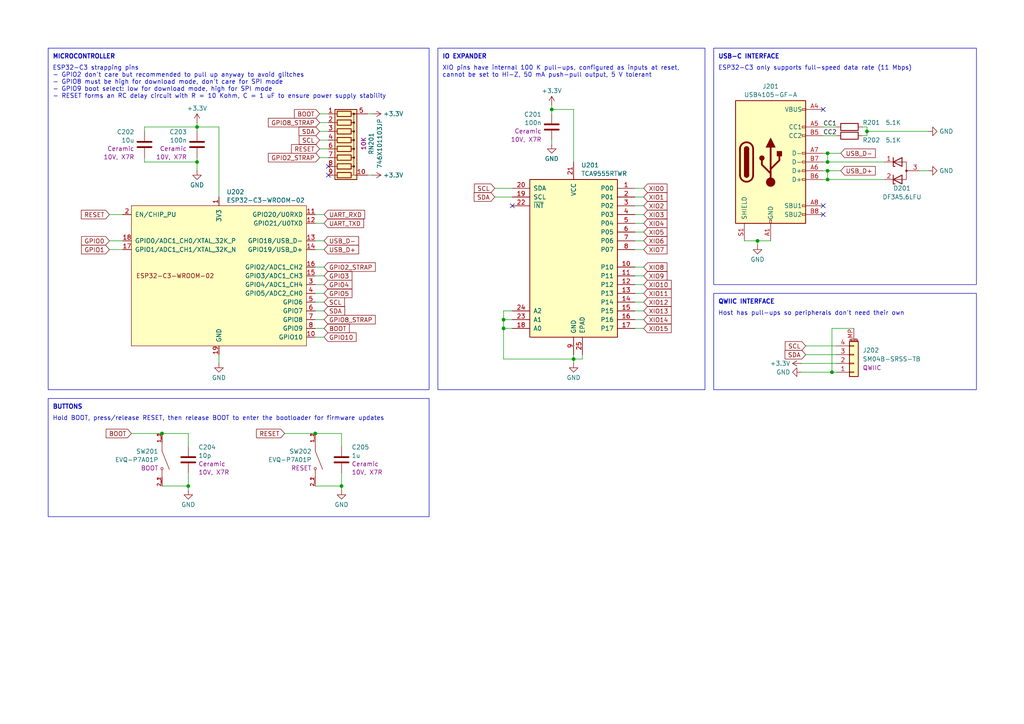
<source format=kicad_sch>
(kicad_sch (version 20231120) (generator "eeschema") (generator_version "8.0")
  (paper "A4")
  (title_block (title "Minuet Core"))
  (lib_symbols
    (symbol "746X:746X101nnnJP" (pin_names (offset 0) hide)
      (property "Reference" "RN" (at -15.5745 -0.254 90))
      (property "Value" "746X101nnnJP" (at -13.1502 -0.254 90))
      (symbol "746X101nnnJP_0_1"
        (rectangle (start -11.43 3.175) (end 8.89 -3.175) (stroke (width 0.254)) (fill (type background)))
        (rectangle (start -10.922 1.524) (end -9.398 -2.54) (stroke (width 0.254)))
        (circle (center -10.16 2.286) (radius 0.254) (fill (type outline)))
        (rectangle (start -8.382 1.524) (end -6.858 -2.54) (stroke (width 0.254)))
        (circle (center -7.62 2.286) (radius 0.254) (fill (type outline)))
        (rectangle (start -5.842 1.524) (end -4.318 -2.54) (stroke (width 0.254)))
        (circle (center -5.08 2.286) (radius 0.254) (fill (type outline)))
        (rectangle (start -3.302 1.524) (end -1.778 -2.54) (stroke (width 0.254)))
        (circle (center -2.54 2.286) (radius 0.254) (fill (type outline)))
        (rectangle (start -0.762 1.524) (end 0.762 -2.54) (stroke (width 0.254)))
        (polyline (pts (xy -10.16 -2.54) (xy -10.16 -3.81)))
        (polyline (pts (xy -7.62 -2.54) (xy -7.62 -3.81)))
        (polyline (pts (xy -5.08 -2.54) (xy -5.08 -3.81)))
        (polyline (pts (xy -2.54 -2.54) (xy -2.54 -3.81)))
        (polyline (pts (xy 0 -2.54) (xy 0 -3.81)))
        (polyline (pts (xy 2.54 -2.54) (xy 2.54 -3.81)))
        (polyline (pts (xy 5.08 -2.54) (xy 5.08 -3.81)))
        (polyline (pts (xy 7.62 -2.54) (xy 7.62 -3.81)))
        (polyline (pts (xy -10.16 1.524) (xy -10.16 2.286) (xy -7.62 2.286) (xy -7.62 1.524)))
        (polyline (pts (xy -7.62 1.524) (xy -7.62 2.286) (xy -5.08 2.286) (xy -5.08 1.524)))
        (polyline (pts (xy -5.08 1.524) (xy -5.08 2.286) (xy -2.54 2.286) (xy -2.54 1.524)))
        (polyline (pts (xy -2.54 1.524) (xy -2.54 2.286) (xy 0 2.286) (xy 0 1.524)))
        (polyline (pts (xy 0 1.524) (xy 0 2.286) (xy 2.54 2.286) (xy 2.54 1.524)))
        (polyline (pts (xy 2.54 1.524) (xy 2.54 2.286) (xy 5.08 2.286) (xy 5.08 1.524)))
        (polyline (pts (xy 5.08 1.524) (xy 5.08 2.286) (xy 7.62 2.286) (xy 7.62 1.524)))
        (circle (center 0 2.286) (radius 0.254) (fill (type outline)))
        (rectangle (start 1.778 1.524) (end 3.302 -2.54) (stroke (width 0.254)))
        (circle (center 2.54 2.286) (radius 0.254) (fill (type outline)))
        (rectangle (start 4.318 1.524) (end 5.842 -2.54) (stroke (width 0.254)))
        (circle (center 5.08 2.286) (radius 0.254) (fill (type outline)))
        (rectangle (start 6.858 1.524) (end 8.382 -2.54) (stroke (width 0.254)))
      )
      (symbol "746X101nnnJP_1_1"
        (pin passive line (at -10.16 -5.08 90) (length 1.27) (name "R1") (number "1"))
        (pin passive line (at 7.62 6.35 270) (length 3.81) (name "common") (number "10"))
        (pin passive line (at -7.62 -5.08 90) (length 1.27) (name "R2") (number "2"))
        (pin passive line (at -5.08 -5.08 90) (length 1.27) (name "R3") (number "3"))
        (pin passive line (at -2.54 -5.08 90) (length 1.27) (name "R4") (number "4"))
        (pin passive line (at -10.16 6.35 270) (length 3.81) (name "common") (number "5"))
        (pin passive line (at 0 -5.08 90) (length 1.27) (name "R5") (number "6"))
        (pin passive line (at 2.54 -5.08 90) (length 1.27) (name "R6") (number "7"))
        (pin passive line (at 5.08 -5.08 90) (length 1.27) (name "R7") (number "8"))
        (pin passive line (at 7.62 -5.08 90) (length 1.27) (name "R8") (number "9"))
      )
    )
    (symbol "Connector:USB_C_Receptacle_USB2.0_16P" (pin_names (offset 1.016))
      (property "Reference" "J" (at 0 22.225 0))
      (property "Value" "USB_C_Receptacle_USB2.0_16P" (at 0 19.685 0))
      (symbol "USB_C_Receptacle_USB2.0_16P_0_0"
        (rectangle (start -0.254 -17.78) (end 0.254 -16.764))
        (rectangle (start 10.16 -14.986) (end 9.144 -15.494))
        (rectangle (start 10.16 -12.446) (end 9.144 -12.954))
        (rectangle (start 10.16 -4.826) (end 9.144 -5.334))
        (rectangle (start 10.16 -2.286) (end 9.144 -2.794))
        (rectangle (start 10.16 0.254) (end 9.144 -0.254))
        (rectangle (start 10.16 2.794) (end 9.144 2.286))
        (rectangle (start 10.16 7.874) (end 9.144 7.366))
        (rectangle (start 10.16 10.414) (end 9.144 9.906))
        (rectangle (start 10.16 15.494) (end 9.144 14.986))
      )
      (symbol "USB_C_Receptacle_USB2.0_16P_0_1"
        (rectangle (start -10.16 17.78) (end 10.16 -17.78) (stroke (width 0.254)) (fill (type background)))
        (arc (start -8.89 -3.81) (mid -6.985 -5.7067) (end -5.08 -3.81) (stroke (width 0.508)))
        (arc (start -7.62 -3.81) (mid -6.985 -4.4423) (end -6.35 -3.81) (stroke (width 0.254)))
        (arc (start -7.62 -3.81) (mid -6.985 -4.4423) (end -6.35 -3.81) (stroke (width 0.254)) (fill (type outline)))
        (rectangle (start -7.62 -3.81) (end -6.35 3.81) (stroke (width 0.254)) (fill (type outline)))
        (arc (start -6.35 3.81) (mid -6.985 4.4423) (end -7.62 3.81) (stroke (width 0.254)))
        (arc (start -6.35 3.81) (mid -6.985 4.4423) (end -7.62 3.81) (stroke (width 0.254)) (fill (type outline)))
        (arc (start -5.08 3.81) (mid -6.985 5.7067) (end -8.89 3.81) (stroke (width 0.508)))
        (circle (center -2.54 1.143) (radius 0.635) (stroke (width 0.254)) (fill (type outline)))
        (circle (center 0 -5.842) (radius 1.27) (fill (type outline)))
        (polyline (pts (xy -8.89 -3.81) (xy -8.89 3.81)) (stroke (width 0.508)))
        (polyline (pts (xy -5.08 3.81) (xy -5.08 -3.81)) (stroke (width 0.508)))
        (polyline (pts (xy 0 -5.842) (xy 0 4.318)) (stroke (width 0.508)))
        (polyline (pts (xy 0 -3.302) (xy -2.54 -0.762) (xy -2.54 0.508)) (stroke (width 0.508)))
        (polyline (pts (xy 0 -2.032) (xy 2.54 0.508) (xy 2.54 1.778)) (stroke (width 0.508)))
        (polyline (pts (xy -1.27 4.318) (xy 0 6.858) (xy 1.27 4.318) (xy -1.27 4.318)) (stroke (width 0.254)) (fill (type outline)))
        (rectangle (start 1.905 1.778) (end 3.175 3.048) (stroke (width 0.254)) (fill (type outline)))
      )
      (symbol "USB_C_Receptacle_USB2.0_16P_1_1"
        (pin passive line (at 0 -22.86 90) (length 5.08) (name "GND") (number "A1"))
        (pin passive line (at 0 -22.86 90) (length 5.08) hide (name "GND") (number "A12"))
        (pin passive line (at 15.24 15.24 180) (length 5.08) (name "VBUS") (number "A4"))
        (pin bidirectional line (at 15.24 10.16 180) (length 5.08) (name "CC1") (number "A5"))
        (pin bidirectional line (at 15.24 -2.54 180) (length 5.08) (name "D+") (number "A6"))
        (pin bidirectional line (at 15.24 2.54 180) (length 5.08) (name "D-") (number "A7"))
        (pin bidirectional line (at 15.24 -12.7 180) (length 5.08) (name "SBU1") (number "A8"))
        (pin passive line (at 15.24 15.24 180) (length 5.08) hide (name "VBUS") (number "A9"))
        (pin passive line (at 0 -22.86 90) (length 5.08) hide (name "GND") (number "B1"))
        (pin passive line (at 0 -22.86 90) (length 5.08) hide (name "GND") (number "B12"))
        (pin passive line (at 15.24 15.24 180) (length 5.08) hide (name "VBUS") (number "B4"))
        (pin bidirectional line (at 15.24 7.62 180) (length 5.08) (name "CC2") (number "B5"))
        (pin bidirectional line (at 15.24 -5.08 180) (length 5.08) (name "D+") (number "B6"))
        (pin bidirectional line (at 15.24 0 180) (length 5.08) (name "D-") (number "B7"))
        (pin bidirectional line (at 15.24 -15.24 180) (length 5.08) (name "SBU2") (number "B8"))
        (pin passive line (at 15.24 15.24 180) (length 5.08) hide (name "VBUS") (number "B9"))
        (pin passive line (at -7.62 -22.86 90) (length 5.08) (name "SHIELD") (number "S1"))
      )
    )
    (symbol "Connector_Generic_MountingPin:Conn_01x04_MountingPin" (pin_names (offset 1.016) hide)
      (property "Reference" "J" (at 0 5.08 0))
      (property "Value" "Conn_01x04_MountingPin" (at 1.27 -7.62 0))
      (symbol "Conn_01x04_MountingPin_1_1"
        (rectangle (start -1.27 -4.953) (end 0 -5.207) (stroke (width 0.1524)))
        (rectangle (start -1.27 -2.413) (end 0 -2.667) (stroke (width 0.1524)))
        (rectangle (start -1.27 0.127) (end 0 -0.127) (stroke (width 0.1524)))
        (rectangle (start -1.27 2.667) (end 0 2.413) (stroke (width 0.1524)))
        (rectangle (start -1.27 3.81) (end 1.27 -6.35) (stroke (width 0.254)) (fill (type background)))
        (polyline (pts (xy -1.016 -7.112) (xy 1.016 -7.112)) (stroke (width 0.1524)))
        (text "Mounting" (at 0 -6.731 0) (effects (font (size 0.381 0.381))))
        (pin passive line (at -5.08 2.54 0) (length 3.81) (name "Pin_1") (number "1"))
        (pin passive line (at -5.08 0 0) (length 3.81) (name "Pin_2") (number "2"))
        (pin passive line (at -5.08 -2.54 0) (length 3.81) (name "Pin_3") (number "3"))
        (pin passive line (at -5.08 -5.08 0) (length 3.81) (name "Pin_4") (number "4"))
        (pin passive line (at 0 -10.16 90) (length 3.048) (name "MountPin") (number "MP"))
      )
    )
    (symbol "Device:C" (pin_numbers hide) (pin_names (offset 0.254))
      (property "Reference" "C" (at 0.635 2.54 0))
      (property "Value" "C" (at 0.635 -2.54 0))
      (symbol "C_0_1"
        (polyline (pts (xy -2.032 -0.762) (xy 2.032 -0.762)) (stroke (width 0.508)))
        (polyline (pts (xy -2.032 0.762) (xy 2.032 0.762)) (stroke (width 0.508)))
      )
      (symbol "C_1_1"
        (pin passive line (at 0 3.81 270) (length 2.794) (name "~") (number "1"))
        (pin passive line (at 0 -3.81 90) (length 2.794) (name "~") (number "2"))
      )
    )
    (symbol "Device:D_Zener_Dual_CommonAnode_KKA_Parallel" (pin_names (offset 0.762) hide)
      (property "Reference" "D" (at 0 5.08 0))
      (property "Value" "D_Zener_Dual_CommonAnode_KKA_Parallel" (at 0 -5.08 0))
      (symbol "D_Zener_Dual_CommonAnode_KKA_Parallel_0_0"
        (polyline (pts (xy 2.032 1.27) (xy 2.54 1.27) (xy 2.54 3.81)) (stroke (width 0.254)))
        (polyline (pts (xy 2.54 -1.27) (xy 2.54 -3.81) (xy 2.032 -3.81)) (stroke (width 0.254)))
      )
      (symbol "D_Zener_Dual_CommonAnode_KKA_Parallel_0_1"
        (circle (center -1.27 0) (radius 0.254) (fill (type outline)))
        (polyline (pts (xy -1.27 0) (xy -2.54 0)))
        (polyline (pts (xy 2.54 2.54) (xy -1.27 2.54) (xy -1.27 -2.54) (xy 2.54 -2.54)))
        (polyline (pts (xy 0 -1.27) (xy 2.54 -2.54) (xy 0 -3.81) (xy 0 -1.27) (xy 0 -1.27) (xy 0 -1.27)) (stroke (width 0.254)))
        (polyline (pts (xy 0 3.81) (xy 2.54 2.54) (xy 0 1.27) (xy 0 3.81) (xy 0 3.81) (xy 0 3.81)) (stroke (width 0.254)))
        (pin passive line (at 5.08 2.54 180) (length 2.54) (name "K") (number "1"))
        (pin passive line (at 5.08 -2.54 180) (length 2.54) (name "K") (number "2"))
        (pin passive line (at -5.08 0 0) (length 2.54) (name "A") (number "3"))
      )
    )
    (symbol "Device:R" (pin_numbers hide) (pin_names (offset 0))
      (property "Reference" "R" (at 2.032 0 90))
      (property "Value" "R" (at 0 0 90))
      (symbol "R_0_1"
        (rectangle (start -1.016 -2.54) (end 1.016 2.54) (stroke (width 0.254)))
      )
      (symbol "R_1_1"
        (pin passive line (at 0 3.81 270) (length 1.27) (name "~") (number "1"))
        (pin passive line (at 0 -3.81 90) (length 1.27) (name "~") (number "2"))
      )
    )
    (symbol "EVQ-P7A01P:EVQ-P7A01P" (pin_names (offset 1.016))
      (property "Reference" "S" (at -2.54 2.54 0))
      (property "Value" "EVQ-P7A01P" (at -2.54 -2.54 0))
      (symbol "EVQ-P7A01P_0_0"
        (polyline (pts (xy -2.54 0) (xy -5.08 0)) (stroke (width 0.1524)))
        (polyline (pts (xy -2.54 0) (xy 2.794 2.1336)) (stroke (width 0.1524)))
        (polyline (pts (xy 5.08 0) (xy 2.921 0)) (stroke (width 0.1524)))
        (circle (center 2.54 0) (radius 0.3302) (stroke (width 0.1524)))
        (pin passive line (at -7.62 0 0) (length 2.54) (name "~") (number "1_1"))
        (pin passive line (at -7.62 0 0) (length 2.54) (name "~") (number "1_2"))
        (pin passive line (at 7.62 0 180) (length 2.54) (name "~") (number "2_1"))
        (pin passive line (at 7.62 0 180) (length 2.54) (name "~") (number "2_2"))
      )
    )
    (symbol "Interface_Expansion:TCA9555RTWR" (pin_names (offset 1.016))
      (property "Reference" "U" (at -11.43 24.13 0))
      (property "Value" "TCA9555RTWR" (at 0 0 0))
      (symbol "TCA9555RTWR_0_1"
        (rectangle (start -12.7 22.86) (end 12.7 -22.86) (stroke (width 0.254)) (fill (type background)))
      )
      (symbol "TCA9555RTWR_1_1"
        (pin bidirectional line (at 17.78 20.32 180) (length 5.08) (name "P00") (number "1"))
        (pin bidirectional line (at 17.78 -2.54 180) (length 5.08) (name "P10") (number "10"))
        (pin bidirectional line (at 17.78 -5.08 180) (length 5.08) (name "P11") (number "11"))
        (pin bidirectional line (at 17.78 -7.62 180) (length 5.08) (name "P12") (number "12"))
        (pin bidirectional line (at 17.78 -10.16 180) (length 5.08) (name "P13") (number "13"))
        (pin bidirectional line (at 17.78 -12.7 180) (length 5.08) (name "P14") (number "14"))
        (pin bidirectional line (at 17.78 -15.24 180) (length 5.08) (name "P15") (number "15"))
        (pin bidirectional line (at 17.78 -17.78 180) (length 5.08) (name "P16") (number "16"))
        (pin bidirectional line (at 17.78 -20.32 180) (length 5.08) (name "P17") (number "17"))
        (pin input line (at -17.78 -20.32 0) (length 5.08) (name "A0") (number "18"))
        (pin input line (at -17.78 17.78 0) (length 5.08) (name "SCL") (number "19"))
        (pin bidirectional line (at 17.78 17.78 180) (length 5.08) (name "P01") (number "2"))
        (pin bidirectional line (at -17.78 20.32 0) (length 5.08) (name "SDA") (number "20"))
        (pin power_in line (at 0 27.94 270) (length 5.08) (name "VCC") (number "21"))
        (pin open_collector line (at -17.78 15.24 0) (length 5.08) (name "~{INT}") (number "22"))
        (pin input line (at -17.78 -17.78 0) (length 5.08) (name "A1") (number "23"))
        (pin input line (at -17.78 -15.24 0) (length 5.08) (name "A2") (number "24"))
        (pin input line (at 2.54 -27.94 90) (length 5.08) (name "EPAD") (number "25"))
        (pin bidirectional line (at 17.78 15.24 180) (length 5.08) (name "P02") (number "3"))
        (pin bidirectional line (at 17.78 12.7 180) (length 5.08) (name "P03") (number "4"))
        (pin bidirectional line (at 17.78 10.16 180) (length 5.08) (name "P04") (number "5"))
        (pin bidirectional line (at 17.78 7.62 180) (length 5.08) (name "P05") (number "6"))
        (pin bidirectional line (at 17.78 5.08 180) (length 5.08) (name "P06") (number "7"))
        (pin bidirectional line (at 17.78 2.54 180) (length 5.08) (name "P07") (number "8"))
        (pin power_in line (at 0 -27.94 90) (length 5.08) (name "GND") (number "9"))
      )
    )
    (symbol "PCM_Espressif:ESP32-C3-WROOM-02" (pin_names (offset 1.016))
      (property "Reference" "U" (at -25.4 25.4 0))
      (property "Value" "ESP32-C3-WROOM-02" (at -25.4 22.86 0))
      (symbol "ESP32-C3-WROOM-02_0_0"
        (text "ESP32-C3-WROOM-02" (at -12.7 0 0) (effects (font (size 1.27 1.27))))
      )
      (symbol "ESP32-C3-WROOM-02_0_1"
        (rectangle (start 25.4 20.32) (end -25.4 -20.32) (fill (type background)))
      )
      (symbol "ESP32-C3-WROOM-02_1_1"
        (pin power_in line (at 0 22.86 270) (length 2.54) (name "3V3") (number "1"))
        (pin bidirectional line (at 27.94 -17.78 180) (length 2.54) (name "GPIO10") (number "10"))
        (pin bidirectional line (at 27.94 17.78 180) (length 2.54) (name "GPIO20/U0RXD") (number "11"))
        (pin bidirectional line (at 27.94 15.24 180) (length 2.54) (name "GPIO21/U0TXD") (number "12"))
        (pin bidirectional line (at 27.94 10.16 180) (length 2.54) (name "GPIO18/USB_D-") (number "13"))
        (pin bidirectional line (at 27.94 7.62 180) (length 2.54) (name "GPIO19/USB_D+") (number "14"))
        (pin bidirectional line (at 27.94 0 180) (length 2.54) (name "GPIO3/ADC1_CH3") (number "15"))
        (pin bidirectional line (at 27.94 2.54 180) (length 2.54) (name "GPIO2/ADC1_CH2") (number "16"))
        (pin bidirectional line (at -27.94 7.62 0) (length 2.54) (name "GPIO1/ADC1_CH1/XTAL_32K_N") (number "17"))
        (pin bidirectional line (at -27.94 10.16 0) (length 2.54) (name "GPIO0/ADC1_CH0/XTAL_32K_P") (number "18"))
        (pin power_in line (at 0 -22.86 90) (length 2.54) (name "GND") (number "19"))
        (pin input line (at -27.94 17.78 0) (length 2.54) (name "EN/CHIP_PU") (number "2"))
        (pin bidirectional line (at 27.94 -2.54 180) (length 2.54) (name "GPIO4/ADC1_CH4") (number "3"))
        (pin bidirectional line (at 27.94 -5.08 180) (length 2.54) (name "GPIO5/ADC2_CH0") (number "4"))
        (pin bidirectional line (at 27.94 -7.62 180) (length 2.54) (name "GPIO6") (number "5"))
        (pin bidirectional line (at 27.94 -10.16 180) (length 2.54) (name "GPIO7") (number "6"))
        (pin bidirectional line (at 27.94 -12.7 180) (length 2.54) (name "GPIO8") (number "7"))
        (pin bidirectional line (at 27.94 -15.24 180) (length 2.54) (name "GPIO9") (number "8"))
        (pin passive line (at 0 -22.86 90) (length 2.54) hide (name "GND") (number "9"))
      )
    )
    (symbol "power:+3.3V" (power) (pin_numbers hide) (pin_names (offset 0) hide)
      (property "Value" "+3.3V" (at 0 3.556 0))
      (symbol "+3.3V_0_1"
        (polyline (pts (xy -0.762 1.27) (xy 0 2.54)))
        (polyline (pts (xy 0 0) (xy 0 2.54)))
        (polyline (pts (xy 0 2.54) (xy 0.762 1.27)))
      )
      (symbol "+3.3V_1_1"
        (pin power_in line (at 0 0 90) (length 0) (name "~") (number "1"))
      )
    )
    (symbol "power:GND" (power) (pin_numbers hide) (pin_names (offset 0) hide)
      (property "Value" "GND" (at 0 -3.81 0))
      (symbol "GND_0_1"
        (polyline (pts (xy 0 0) (xy 0 -1.27) (xy 1.27 -1.27) (xy 0 -2.54) (xy -1.27 -1.27) (xy 0 -1.27)))
      )
      (symbol "GND_1_1"
        (pin power_in line (at 0 0 270) (length 0) (name "~") (number "1"))
      )
    )
  )
  (junction (at 241.3 107.95))
  (junction (at 54.61 140.97))
  (junction (at 240.03 44.45))
  (junction (at 240.03 46.99))
  (junction (at 146.05 95.25))
  (junction (at 240.03 49.53))
  (junction (at 57.15 46.99))
  (junction (at 99.06 140.97))
  (junction (at 251.46 38.1))
  (junction (at 91.44 125.73))
  (junction (at 57.15 36.83))
  (junction (at 219.71 69.85))
  (junction (at 166.37 104.14))
  (junction (at 240.03 52.07))
  (junction (at 160.02 31.75))
  (junction (at 46.99 125.73))
  (junction (at 146.05 92.71))
  (no_connect (at 148.59 59.69))
  (no_connect (at 95.25 50.8))
  (no_connect (at 238.76 59.69))
  (no_connect (at 238.76 31.75))
  (no_connect (at 95.25 48.26))
  (no_connect (at 238.76 62.23))
  (wire (pts (xy 186.69 67.31) (xy 184.15 67.31)))
  (wire (pts (xy 63.5 36.83) (xy 63.5 57.15)))
  (wire (pts (xy 186.69 95.25) (xy 184.15 95.25)))
  (wire (pts (xy 148.59 90.17) (xy 146.05 90.17)))
  (wire (pts (xy 92.71 45.72) (xy 95.25 45.72)))
  (wire (pts (xy 57.15 46.99) (xy 57.15 49.53)))
  (wire (pts (xy 186.69 72.39) (xy 184.15 72.39)))
  (wire (pts (xy 238.76 44.45) (xy 240.03 44.45)))
  (wire (pts (xy 186.69 59.69) (xy 184.15 59.69)))
  (wire (pts (xy 91.44 82.55) (xy 93.98 82.55)))
  (wire (pts (xy 91.44 140.97) (xy 99.06 140.97)))
  (wire (pts (xy 146.05 95.25) (xy 146.05 104.14)))
  (wire (pts (xy 186.69 80.01) (xy 184.15 80.01)))
  (wire (pts (xy 92.71 38.1) (xy 95.25 38.1)))
  (wire (pts (xy 41.91 36.83) (xy 57.15 36.83)))
  (wire (pts (xy 82.55 125.73) (xy 91.44 125.73)))
  (wire (pts (xy 107.95 50.8) (xy 106.68 50.8)))
  (wire (pts (xy 91.44 62.23) (xy 93.98 62.23)))
  (wire (pts (xy 186.69 90.17) (xy 184.15 90.17)))
  (wire (pts (xy 54.61 137.16) (xy 54.61 140.97)))
  (wire (pts (xy 41.91 45.72) (xy 41.91 46.99)))
  (wire (pts (xy 92.71 40.64) (xy 95.25 40.64)))
  (wire (pts (xy 146.05 104.14) (xy 166.37 104.14)))
  (wire (pts (xy 166.37 31.75) (xy 166.37 46.99)))
  (wire (pts (xy 143.51 57.15) (xy 148.59 57.15)))
  (wire (pts (xy 91.44 87.63) (xy 93.98 87.63)))
  (wire (pts (xy 240.03 49.53) (xy 240.03 52.07)))
  (wire (pts (xy 146.05 92.71) (xy 148.59 92.71)))
  (wire (pts (xy 92.71 43.18) (xy 95.25 43.18)))
  (wire (pts (xy 54.61 140.97) (xy 54.61 142.24)))
  (wire (pts (xy 31.75 72.39) (xy 35.56 72.39)))
  (wire (pts (xy 166.37 104.14) (xy 168.91 104.14)))
  (wire (pts (xy 107.95 33.02) (xy 106.68 33.02)))
  (wire (pts (xy 240.03 49.53) (xy 243.84 49.53)))
  (wire (pts (xy 41.91 36.83) (xy 41.91 38.1)))
  (wire (pts (xy 250.19 39.37) (xy 251.46 39.37)))
  (wire (pts (xy 219.71 69.85) (xy 223.52 69.85)))
  (wire (pts (xy 46.99 125.73) (xy 54.61 125.73)))
  (wire (pts (xy 91.44 97.79) (xy 93.98 97.79)))
  (wire (pts (xy 99.06 137.16) (xy 99.06 140.97)))
  (wire (pts (xy 160.02 40.64) (xy 160.02 41.91)))
  (wire (pts (xy 91.44 72.39) (xy 93.98 72.39)))
  (wire (pts (xy 91.44 80.01) (xy 93.98 80.01)))
  (wire (pts (xy 166.37 102.87) (xy 166.37 104.14)))
  (wire (pts (xy 91.44 77.47) (xy 93.98 77.47)))
  (wire (pts (xy 91.44 95.25) (xy 93.98 95.25)))
  (wire (pts (xy 99.06 125.73) (xy 99.06 129.54)))
  (wire (pts (xy 242.57 100.33) (xy 233.68 100.33)))
  (wire (pts (xy 160.02 30.48) (xy 160.02 31.75)))
  (wire (pts (xy 46.99 140.97) (xy 54.61 140.97)))
  (wire (pts (xy 232.41 107.95) (xy 241.3 107.95)))
  (wire (pts (xy 146.05 92.71) (xy 146.05 95.25)))
  (wire (pts (xy 251.46 39.37) (xy 251.46 38.1)))
  (wire (pts (xy 31.75 69.85) (xy 35.56 69.85)))
  (wire (pts (xy 146.05 95.25) (xy 148.59 95.25)))
  (wire (pts (xy 160.02 31.75) (xy 160.02 33.02)))
  (wire (pts (xy 31.75 62.23) (xy 35.56 62.23)))
  (wire (pts (xy 240.03 46.99) (xy 256.54 46.99)))
  (wire (pts (xy 241.3 95.25) (xy 247.65 95.25)))
  (wire (pts (xy 238.76 36.83) (xy 242.57 36.83)))
  (wire (pts (xy 266.7 49.53) (xy 269.24 49.53)))
  (wire (pts (xy 91.44 69.85) (xy 93.98 69.85)))
  (wire (pts (xy 91.44 64.77) (xy 93.98 64.77)))
  (wire (pts (xy 143.51 54.61) (xy 148.59 54.61)))
  (wire (pts (xy 91.44 90.17) (xy 93.98 90.17)))
  (wire (pts (xy 186.69 69.85) (xy 184.15 69.85)))
  (wire (pts (xy 186.69 92.71) (xy 184.15 92.71)))
  (wire (pts (xy 186.69 87.63) (xy 184.15 87.63)))
  (wire (pts (xy 215.9 69.85) (xy 219.71 69.85)))
  (wire (pts (xy 186.69 57.15) (xy 184.15 57.15)))
  (wire (pts (xy 54.61 125.73) (xy 54.61 129.54)))
  (wire (pts (xy 186.69 64.77) (xy 184.15 64.77)))
  (wire (pts (xy 160.02 31.75) (xy 166.37 31.75)))
  (wire (pts (xy 219.71 69.85) (xy 219.71 71.12)))
  (wire (pts (xy 99.06 140.97) (xy 99.06 142.24)))
  (wire (pts (xy 250.19 36.83) (xy 251.46 36.83)))
  (wire (pts (xy 186.69 54.61) (xy 184.15 54.61)))
  (wire (pts (xy 57.15 36.83) (xy 63.5 36.83)))
  (wire (pts (xy 186.69 62.23) (xy 184.15 62.23)))
  (wire (pts (xy 186.69 77.47) (xy 184.15 77.47)))
  (wire (pts (xy 92.71 33.02) (xy 95.25 33.02)))
  (wire (pts (xy 241.3 107.95) (xy 242.57 107.95)))
  (wire (pts (xy 166.37 104.14) (xy 166.37 105.41)))
  (wire (pts (xy 240.03 44.45) (xy 243.84 44.45)))
  (wire (pts (xy 91.44 92.71) (xy 93.98 92.71)))
  (wire (pts (xy 240.03 52.07) (xy 256.54 52.07)))
  (wire (pts (xy 242.57 102.87) (xy 233.68 102.87)))
  (wire (pts (xy 238.76 52.07) (xy 240.03 52.07)))
  (wire (pts (xy 146.05 90.17) (xy 146.05 92.71)))
  (wire (pts (xy 232.41 105.41) (xy 242.57 105.41)))
  (wire (pts (xy 57.15 45.72) (xy 57.15 46.99)))
  (wire (pts (xy 168.91 104.14) (xy 168.91 102.87)))
  (wire (pts (xy 57.15 46.99) (xy 41.91 46.99)))
  (wire (pts (xy 251.46 38.1) (xy 251.46 36.83)))
  (wire (pts (xy 238.76 39.37) (xy 242.57 39.37)))
  (wire (pts (xy 92.71 35.56) (xy 95.25 35.56)))
  (wire (pts (xy 186.69 82.55) (xy 184.15 82.55)))
  (wire (pts (xy 251.46 38.1) (xy 269.24 38.1)))
  (wire (pts (xy 241.3 107.95) (xy 241.3 95.25)))
  (wire (pts (xy 91.44 125.73) (xy 99.06 125.73)))
  (wire (pts (xy 63.5 105.41) (xy 63.5 102.87)))
  (wire (pts (xy 57.15 35.56) (xy 57.15 36.83)))
  (wire (pts (xy 240.03 44.45) (xy 240.03 46.99)))
  (wire (pts (xy 238.76 49.53) (xy 240.03 49.53)))
  (wire (pts (xy 238.76 46.99) (xy 240.03 46.99)))
  (wire (pts (xy 38.1 125.73) (xy 46.99 125.73)))
  (wire (pts (xy 91.44 85.09) (xy 93.98 85.09)))
  (wire (pts (xy 57.15 36.83) (xy 57.15 38.1)))
  (wire (pts (xy 186.69 85.09) (xy 184.15 85.09)))
  (rectangle (start 13.97 13.97) (end 124.46 113.03))
  (rectangle (start 127 13.97) (end 204.47 113.03))
  (rectangle (start 13.97 115.57) (end 124.46 149.86))
  (rectangle (start 207.01 13.97) (end 283.21 82.55))
  (rectangle (start 207.01 85.09) (end 283.21 113.03))
  (text "IO EXPANDER" (at 128.27 16.51 0) (effects (font (size 1.27 1.27) (thickness 0.254) (bold yes)) (justify left)))
  (text "USB-C INTERFACE" (at 208.28 16.51 0) (effects (font (size 1.27 1.27) (thickness 0.254) (bold yes)) (justify left)))
  (text "XIO pins have internal 100 K pull-ups, configured as inputs at reset,\ncannot be set to Hi-Z, 50 mA push-pull output, 5 V tolerant" (at 128.27 19.05 0) (effects (font (size 1.27 1.27)) (justify left top)))
  (text "ESP32-C3 strapping pins\n- GPIO2 don't care but recommended to pull up anyway to avoid glitches\n- GPIO8 must be high for download mode, don't care for SPI mode\n- GPIO9 boot select: low for download mode, high for SPI mode\n- RESET forms an RC delay circuit with R = 10 Kohm, C = 1 uF to ensure power supply stability" (at 15.24 19.05 0) (effects (font (size 1.27 1.27)) (justify left top)))
  (text "Hold BOOT, press/release RESET, then release BOOT to enter the bootloader for firmware updates" (at 15.24 120.65 0) (effects (font (size 1.27 1.27)) (justify left top)))
  (text "BUTTONS" (at 15.24 118.11 0) (effects (font (size 1.27 1.27) (thickness 0.254) (bold yes)) (justify left)))
  (text "ESP32-C3 only supports full-speed data rate (11 Mbps)" (at 208.28 19.05 0) (effects (font (size 1.27 1.27)) (justify left top)))
  (text "QWIIC INTERFACE" (at 208.28 87.63 0) (effects (font (size 1.27 1.27) (thickness 0.254) (bold yes)) (justify left)))
  (text "Host has pull-ups so peripherals don't need their own" (at 208.28 90.17 0) (effects (font (size 1.27 1.27)) (justify left top)))
  (text "MICROCONTROLLER" (at 15.24 16.51 0) (effects (font (size 1.27 1.27) (thickness 0.254) (bold yes)) (justify left)))
  (label "CC1" (at 238.76 36.83 0))
  (label "CC2" (at 238.76 39.37 0))
  (global_label "RESET" (shape input) (at 31.75 62.23 180) (property "Intersheetrefs" "${INTERSHEET_REFS}" (effects (hide yes))))
  (global_label "SCL" (shape input) (at 233.68 100.33 180) (property "Intersheetrefs" "${INTERSHEET_REFS}" (effects (hide yes))))
  (global_label "SCL" (shape input) (at 143.51 54.61 180) (property "Intersheetrefs" "${INTERSHEET_REFS}" (effects (hide yes))))
  (global_label "GPIO2_STRAP" (shape input) (at 93.98 77.47 0) (property "Intersheetrefs" "${INTERSHEET_REFS}" (effects (hide yes))))
  (global_label "XIO7" (shape input) (at 186.69 72.39 0) (property "Intersheetrefs" "${INTERSHEET_REFS}" (effects (hide yes))))
  (global_label "UART_TXD" (shape input) (at 93.98 64.77 0) (property "Intersheetrefs" "${INTERSHEET_REFS}" (effects (hide yes))))
  (global_label "GPIO2_STRAP" (shape input) (at 92.71 45.72 180) (property "Intersheetrefs" "${INTERSHEET_REFS}" (effects (hide yes))))
  (global_label "XIO1" (shape input) (at 186.69 57.15 0) (property "Intersheetrefs" "${INTERSHEET_REFS}" (effects (hide yes))))
  (global_label "GPIO0" (shape input) (at 31.75 69.85 180) (property "Intersheetrefs" "${INTERSHEET_REFS}" (effects (hide yes))))
  (global_label "XIO2" (shape input) (at 186.69 59.69 0) (property "Intersheetrefs" "${INTERSHEET_REFS}" (effects (hide yes))))
  (global_label "BOOT" (shape input) (at 38.1 125.73 180) (property "Intersheetrefs" "${INTERSHEET_REFS}" (effects (hide yes))))
  (global_label "XIO4" (shape input) (at 186.69 64.77 0) (property "Intersheetrefs" "${INTERSHEET_REFS}" (effects (hide yes))))
  (global_label "XIO8" (shape input) (at 186.69 77.47 0) (property "Intersheetrefs" "${INTERSHEET_REFS}" (effects (hide yes))))
  (global_label "GPIO1" (shape input) (at 31.75 72.39 180) (property "Intersheetrefs" "${INTERSHEET_REFS}" (effects (hide yes))))
  (global_label "SDA" (shape input) (at 143.51 57.15 180) (property "Intersheetrefs" "${INTERSHEET_REFS}" (effects (hide yes))))
  (global_label "RESET" (shape input) (at 82.55 125.73 180) (property "Intersheetrefs" "${INTERSHEET_REFS}" (effects (hide yes))))
  (global_label "USB_D+" (shape input) (at 93.98 72.39 0) (property "Intersheetrefs" "${INTERSHEET_REFS}" (effects (hide yes))))
  (global_label "USB_D+" (shape input) (at 243.84 49.53 0) (property "Intersheetrefs" "${INTERSHEET_REFS}" (effects (hide yes))))
  (global_label "GPIO10" (shape input) (at 93.98 97.79 0) (property "Intersheetrefs" "${INTERSHEET_REFS}" (effects (hide yes))))
  (global_label "XIO13" (shape input) (at 186.69 90.17 0) (property "Intersheetrefs" "${INTERSHEET_REFS}" (effects (hide yes))))
  (global_label "GPIO3" (shape input) (at 93.98 80.01 0) (property "Intersheetrefs" "${INTERSHEET_REFS}" (effects (hide yes))))
  (global_label "BOOT" (shape input) (at 92.71 33.02 180) (property "Intersheetrefs" "${INTERSHEET_REFS}" (effects (hide yes))))
  (global_label "XIO12" (shape input) (at 186.69 87.63 0) (property "Intersheetrefs" "${INTERSHEET_REFS}" (effects (hide yes))))
  (global_label "SDA" (shape input) (at 92.71 38.1 180) (property "Intersheetrefs" "${INTERSHEET_REFS}" (effects (hide yes))))
  (global_label "XIO5" (shape input) (at 186.69 67.31 0) (property "Intersheetrefs" "${INTERSHEET_REFS}" (effects (hide yes))))
  (global_label "SCL" (shape input) (at 93.98 87.63 0) (property "Intersheetrefs" "${INTERSHEET_REFS}" (effects (hide yes))))
  (global_label "UART_RXD" (shape input) (at 93.98 62.23 0) (property "Intersheetrefs" "${INTERSHEET_REFS}" (effects (hide yes))))
  (global_label "SDA" (shape input) (at 233.68 102.87 180) (property "Intersheetrefs" "${INTERSHEET_REFS}" (effects (hide yes))))
  (global_label "USB_D-" (shape input) (at 93.98 69.85 0) (property "Intersheetrefs" "${INTERSHEET_REFS}" (effects (hide yes))))
  (global_label "BOOT" (shape input) (at 93.98 95.25 0) (property "Intersheetrefs" "${INTERSHEET_REFS}" (effects (hide yes))))
  (global_label "XIO6" (shape input) (at 186.69 69.85 0) (property "Intersheetrefs" "${INTERSHEET_REFS}" (effects (hide yes))))
  (global_label "XIO10" (shape input) (at 186.69 82.55 0) (property "Intersheetrefs" "${INTERSHEET_REFS}" (effects (hide yes))))
  (global_label "GPIO4" (shape input) (at 93.98 82.55 0) (property "Intersheetrefs" "${INTERSHEET_REFS}" (effects (hide yes))))
  (global_label "RESET" (shape input) (at 92.71 43.18 180) (property "Intersheetrefs" "${INTERSHEET_REFS}" (effects (hide yes))))
  (global_label "USB_D-" (shape input) (at 243.84 44.45 0) (property "Intersheetrefs" "${INTERSHEET_REFS}" (effects (hide yes))))
  (global_label "SCL" (shape input) (at 92.71 40.64 180) (property "Intersheetrefs" "${INTERSHEET_REFS}" (effects (hide yes))))
  (global_label "XIO15" (shape input) (at 186.69 95.25 0) (property "Intersheetrefs" "${INTERSHEET_REFS}" (effects (hide yes))))
  (global_label "XIO11" (shape input) (at 186.69 85.09 0) (property "Intersheetrefs" "${INTERSHEET_REFS}" (effects (hide yes))))
  (global_label "GPIO8_STRAP" (shape input) (at 92.71 35.56 180) (property "Intersheetrefs" "${INTERSHEET_REFS}" (effects (hide yes))))
  (global_label "XIO9" (shape input) (at 186.69 80.01 0) (property "Intersheetrefs" "${INTERSHEET_REFS}" (effects (hide yes))))
  (global_label "GPIO8_STRAP" (shape input) (at 93.98 92.71 0) (property "Intersheetrefs" "${INTERSHEET_REFS}" (effects (hide yes))))
  (global_label "GPIO5" (shape input) (at 93.98 85.09 0) (property "Intersheetrefs" "${INTERSHEET_REFS}" (effects (hide yes))))
  (global_label "SDA" (shape input) (at 93.98 90.17 0) (property "Intersheetrefs" "${INTERSHEET_REFS}" (effects (hide yes))))
  (global_label "XIO0" (shape input) (at 186.69 54.61 0) (property "Intersheetrefs" "${INTERSHEET_REFS}" (effects (hide yes))))
  (global_label "XIO3" (shape input) (at 186.69 62.23 0) (property "Intersheetrefs" "${INTERSHEET_REFS}" (effects (hide yes))))
  (global_label "XIO14" (shape input) (at 186.69 92.71 0) (property "Intersheetrefs" "${INTERSHEET_REFS}" (effects (hide yes))))
  (symbol (lib_id "PCM_Espressif:ESP32-C3-WROOM-02") (at 63.5 80.01 0) (unit 1)
    (property "Reference" "U202" (at 65.6941 55.6725 0) (effects (justify left)))
    (property "Value" "ESP32-C3-WROOM-02" (at 65.6941 58.0968 0) (effects (justify left)))
    (property "Footprint" "PCM_Espressif:ESP32-C3-WROOM-02" (effects (hide yes)))
    (property "Datasheet" "https://www.espressif.com/sites/default/files/documentation/esp32-c3-wroom-02_datasheet_en.pdf" (effects (hide yes)))
    (property "Description" "ESP32-C3-WROOM-02 is a general-purpose Wi-Fi and Bluetooth LE module. This module features a rich set of peripherals and high performance, which makes it an ideal choice for smart home, industrial automation, health care, consumer electronics, etc." (effects (hide yes)))
  )
  (symbol (lib_id "Connector_Generic_MountingPin:Conn_01x04_MountingPin") (at 247.65 105.41 0) (mirror x) (unit 1)
    (property "Reference" "J202" (at 250.19 101.6 0) (effects (justify left)))
    (property "Value" "SM04B-SRSS-TB" (at 250.19 104.14 0) (effects (justify left)))
    (property "Footprint" "Connector_JST:JST_SH_SM04B-SRSS-TB_1x04-1MP_P1.00mm_Horizontal" (effects (hide yes)))
    (property "Description" "Generic connectable mounting pin connector, single row, 01x04, script generated (kicad-library-utils/schlib/autogen/connector/)" (effects (hide yes)))
    (property "Label" "QWIIC" (at 250.19 106.68 0) (effects (justify left)))
  )
  (symbol (lib_id "power:GND") (at 232.41 107.95 270) (mirror x) (unit 1)
    (property "Reference" "#PWR0213" (effects (hide yes)))
    (property "Value" "GND" (at 229.2351 107.95 90) (effects (justify right)))
    (property "Description" "Power symbol creates a global label with name \"GND\" , ground" (effects (hide yes)))
  )
  (symbol (lib_id "Device:D_Zener_Dual_CommonAnode_KKA_Parallel") (at 261.62 49.53 0) (mirror y) (unit 1)
    (property "Reference" "D201" (at 261.62 54.61 0))
    (property "Value" "DF3A5.6LFU" (at 261.62 57.15 0))
    (property "Footprint" "Package_TO_SOT_SMD:SOT-323_SC-70" (effects (hide yes)))
    (property "Datasheet" "https://toshiba.semicon-storage.com/info/DF3A5.6LFU_datasheet_en_20140301.pdf?did=22241&prodName=DF3A5.6LFU" (effects (hide yes)))
    (property "Description" "Dual Zener diode, common anode on pin 3" (effects (hide yes)))
  )
  (symbol (lib_id "power:+3.3V") (at 107.95 33.02 270) (unit 1)
    (property "Reference" "#PWR0202" (effects (hide yes)))
    (property "Value" "+3.3V" (at 111.125 33.02 90) (effects (justify left)))
    (property "Description" "Power symbol creates a global label with name \"+3.3V\"" (effects (hide yes)))
  )
  (symbol (lib_id "power:GND") (at 160.02 41.91 0) (unit 1)
    (property "Reference" "#PWR0205" (effects (hide yes)))
    (property "Value" "GND" (at 160.02 46.0431 0))
    (property "Description" "Power symbol creates a global label with name \"GND\" , ground" (effects (hide yes)))
  )
  (symbol (lib_id "power:+3.3V") (at 160.02 30.48 0) (unit 1)
    (property "Reference" "#PWR0201" (effects (hide yes)))
    (property "Value" "+3.3V" (at 160.02 26.3469 0))
    (property "Description" "Power symbol creates a global label with name \"+3.3V\"" (effects (hide yes)))
  )
  (symbol (lib_id "EVQ-P7A01P:EVQ-P7A01P") (at 46.99 133.35 270) (unit 1)
    (property "Reference" "SW201" (at 45.9486 130.9257 90) (effects (justify right)))
    (property "Value" "EVQ-P7A01P" (at 45.9486 133.35 90) (effects (justify right)))
    (property "Footprint" "EVQ-P7A01P:SW_EVQ-P7A01P" (effects (hide yes)))
    (property "Description" "Push button switch, generic, two pins" (effects (hide yes)))
    (property "MF" "Panasonic Electronic" (effects (hide yes)))
    (property "MAXIMUM_PACKAGE_HEIGHT" "1.35mm" (effects (hide yes)))
    (property "Package" "None" (effects (hide yes)))
    (property "Price" "None" (effects (hide yes)))
    (property "Check_prices" "https://www.snapeda.com/parts/EVQ-P7A01P/Panasonic+Electronic+Components/view-part/?ref=eda" (effects (hide yes)))
    (property "STANDARD" "Manufacturer Recommendations" (effects (hide yes)))
    (property "PARTREV" "2022.4" (effects (hide yes)))
    (property "SnapEDA_Link" "https://www.snapeda.com/parts/EVQ-P7A01P/Panasonic+Electronic+Components/view-part/?ref=snap" (effects (hide yes)))
    (property "MP" "EVQ-P7A01P" (effects (hide yes)))
    (property "Description_1" "\n                        \n                            Tactile Switch SPST-NO Side Actuated Surface Mount, Right Angle\n                        \n" (effects (hide yes)))
    (property "Availability" "In Stock" (effects (hide yes)))
    (property "MANUFACTURER" "Panasonic Electronic Components" (effects (hide yes)))
    (property "Label" "BOOT" (at 45.9486 135.7743 90) (effects (justify right)))
  )
  (symbol (lib_id "Device:R") (at 246.38 36.83 270) (unit 1)
    (property "Reference" "R201" (at 252.73 35.56 90))
    (property "Value" "5.1K" (at 259.08 35.56 90))
    (property "Footprint" "Resistor_SMD:R_0603_1608Metric" (effects (hide yes)))
    (property "Description" "Resistor" (effects (hide yes)))
  )
  (symbol (lib_id "power:GND") (at 63.5 105.41 0) (unit 1)
    (property "Reference" "#PWR0210" (effects (hide yes)))
    (property "Value" "GND" (at 63.5 109.5431 0))
    (property "Description" "Power symbol creates a global label with name \"GND\" , ground" (effects (hide yes)))
  )
  (symbol (lib_id "power:GND") (at 54.61 142.24 0) (mirror y) (unit 1)
    (property "Reference" "#PWR0214" (effects (hide yes)))
    (property "Value" "GND" (at 54.61 146.3731 0))
    (property "Description" "Power symbol creates a global label with name \"GND\" , ground" (effects (hide yes)))
  )
  (symbol (lib_id "power:GND") (at 219.71 71.12 0) (unit 1)
    (property "Reference" "#PWR0209" (effects (hide yes)))
    (property "Value" "GND" (at 219.71 75.2531 0))
    (property "Description" "Power symbol creates a global label with name \"GND\" , ground" (effects (hide yes)))
  )
  (symbol (lib_id "EVQ-P7A01P:EVQ-P7A01P") (at 91.44 133.35 270) (unit 1)
    (property "Reference" "SW202" (at 90.3986 130.9257 90) (effects (justify right)))
    (property "Value" "EVQ-P7A01P" (at 90.3986 133.35 90) (effects (justify right)))
    (property "Footprint" "EVQ-P7A01P:SW_EVQ-P7A01P" (effects (hide yes)))
    (property "Description" "Push button switch, generic, two pins" (effects (hide yes)))
    (property "MF" "Panasonic Electronic" (effects (hide yes)))
    (property "MAXIMUM_PACKAGE_HEIGHT" "1.35mm" (effects (hide yes)))
    (property "Package" "None" (effects (hide yes)))
    (property "Price" "None" (effects (hide yes)))
    (property "Check_prices" "https://www.snapeda.com/parts/EVQ-P7A01P/Panasonic+Electronic+Components/view-part/?ref=eda" (effects (hide yes)))
    (property "STANDARD" "Manufacturer Recommendations" (effects (hide yes)))
    (property "PARTREV" "2022.4" (effects (hide yes)))
    (property "SnapEDA_Link" "https://www.snapeda.com/parts/EVQ-P7A01P/Panasonic+Electronic+Components/view-part/?ref=snap" (effects (hide yes)))
    (property "MP" "EVQ-P7A01P" (effects (hide yes)))
    (property "Description_1" "\n                        \n                            Tactile Switch SPST-NO Side Actuated Surface Mount, Right Angle\n                        \n" (effects (hide yes)))
    (property "Availability" "In Stock" (effects (hide yes)))
    (property "MANUFACTURER" "Panasonic Electronic Components" (effects (hide yes)))
    (property "Label" "RESET" (at 90.3986 135.7743 90) (effects (justify right)))
  )
  (symbol (lib_id "Device:R") (at 246.38 39.37 90) (mirror x) (unit 1)
    (property "Reference" "R202" (at 252.73 40.64 90))
    (property "Value" "5.1K" (at 259.08 40.64 90))
    (property "Footprint" "Resistor_SMD:R_0603_1608Metric" (effects (hide yes)))
    (property "Description" "Resistor" (effects (hide yes)))
  )
  (symbol (lib_id "Interface_Expansion:TCA9555RTWR") (at 166.37 74.93 0) (unit 1)
    (property "Reference" "U201" (at 168.5641 47.9255 0) (effects (justify left)))
    (property "Value" "TCA9555RTWR" (at 168.5641 50.3498 0) (effects (justify left)))
    (property "Footprint" "Package_DFN_QFN:WQFN-24-1EP_4x4mm_P0.5mm_EP2.45x2.45mm" (effects (hide yes)))
    (property "Datasheet" "http://www.ti.com/lit/ds/symlink/tca9555.pdf" (effects (hide yes)))
    (property "Description" "16-bit I/O expander, I2C and SMBus interface, interrupts, w/ pull-ups, QFN-24" (effects (hide yes)))
  )
  (symbol (lib_id "power:GND") (at 99.06 142.24 0) (mirror y) (unit 1)
    (property "Reference" "#PWR0215" (effects (hide yes)))
    (property "Value" "GND" (at 99.06 146.3731 0))
    (property "Description" "Power symbol creates a global label with name \"GND\" , ground" (effects (hide yes)))
  )
  (symbol (lib_id "Device:C") (at 41.91 41.91 0) (mirror x) (unit 1)
    (property "Reference" "C202" (at 38.989 38.2735 0) (effects (justify right)))
    (property "Value" "10u" (at 38.989 40.6978 0) (effects (justify right)))
    (property "Footprint" "Capacitor_SMD:C_1206_3216Metric" (effects (hide yes)))
    (property "Description" "Unpolarized capacitor" (effects (hide yes)))
    (property "Type" "Ceramic" (at 38.989 43.1221 0) (effects (justify right)))
    (property "Rating" "10V, X7R" (at 38.989 45.5464 0) (effects (justify right)))
  )
  (symbol (lib_id "Device:C") (at 57.15 41.91 0) (unit 1)
    (property "Reference" "C203" (at 54.229 38.2735 0) (effects (justify right)))
    (property "Value" "100n" (at 54.229 40.6978 0) (effects (justify right)))
    (property "Footprint" "Capacitor_SMD:C_0603_1608Metric" (effects (hide yes)))
    (property "Description" "Unpolarized capacitor" (effects (hide yes)))
    (property "Type" "Ceramic" (at 54.229 43.1221 0) (effects (justify right)))
    (property "Rating" "10V, X7R" (at 54.229 45.5464 0) (effects (justify right)))
  )
  (symbol (lib_id "power:+3.3V") (at 232.41 105.41 90) (mirror x) (unit 1)
    (property "Reference" "#PWR0212" (effects (hide yes)))
    (property "Value" "+3.3V" (at 229.235 105.41 90) (effects (justify left)))
    (property "Description" "Power symbol creates a global label with name \"+3.3V\"" (effects (hide yes)))
  )
  (symbol (lib_id "power:+3.3V") (at 57.15 35.56 0) (mirror y) (unit 1)
    (property "Reference" "#PWR0203" (effects (hide yes)))
    (property "Value" "+3.3V" (at 57.15 31.4269 0))
    (property "Description" "Power symbol creates a global label with name \"+3.3V\"" (effects (hide yes)))
  )
  (symbol (lib_id "746X:746X101nnnJP") (at 100.33 43.18 270) (unit 1)
    (property "Reference" "RN201" (at 107.696 41.656 0))
    (property "Value" "746X101103JP" (at 110.1203 41.656 0))
    (property "Footprint" "746X:RESCAXS64P320X160X70-10N" (effects (hide yes)))
    (property "Datasheet" "https://mm.digikey.com/Volume0/opasdata/d220001/medias/docus/6153/74x_Series.pdf" (effects (hide yes)))
    (property "Description" "8 resistor network, bussed resistors" (effects (hide yes)))
    (property "Resistance" "10K" (at 105.4905 41.656 0))
  )
  (symbol (lib_id "power:GND") (at 269.24 38.1 90) (unit 1)
    (property "Reference" "#PWR0204" (effects (hide yes)))
    (property "Value" "GND" (at 272.415 38.1 90) (effects (justify right)))
    (property "Description" "Power symbol creates a global label with name \"GND\" , ground" (effects (hide yes)))
  )
  (symbol (lib_id "Device:C") (at 160.02 36.83 0) (mirror y) (unit 1)
    (property "Reference" "C201" (at 157.099 33.1935 0) (effects (justify left)))
    (property "Value" "100n" (at 157.099 35.6178 0) (effects (justify left)))
    (property "Footprint" "Capacitor_SMD:C_0603_1608Metric" (effects (hide yes)))
    (property "Description" "Unpolarized capacitor" (effects (hide yes)))
    (property "Type" "Ceramic" (at 157.099 38.0421 0) (effects (justify left)))
    (property "Rating" "10V, X7R" (at 157.099 40.4664 0) (effects (justify left)))
  )
  (symbol (lib_id "Device:C") (at 54.61 133.35 0) (mirror y) (unit 1)
    (property "Reference" "C204" (at 57.531 129.7135 0) (effects (justify right)))
    (property "Value" "10p" (at 57.531 132.1378 0) (effects (justify right)))
    (property "Footprint" "Capacitor_SMD:C_0603_1608Metric" (effects (hide yes)))
    (property "Description" "Unpolarized capacitor" (effects (hide yes)))
    (property "Type" "Ceramic" (at 57.531 134.5621 0) (effects (justify right)))
    (property "Rating" "10V, X7R" (at 57.531 136.9864 0) (effects (justify right)))
  )
  (symbol (lib_id "power:GND") (at 166.37 105.41 0) (unit 1)
    (property "Reference" "#PWR0211" (effects (hide yes)))
    (property "Value" "GND" (at 166.37 109.5431 0))
    (property "Description" "Power symbol creates a global label with name \"GND\" , ground" (effects (hide yes)))
  )
  (symbol (lib_id "Device:C") (at 99.06 133.35 0) (mirror y) (unit 1)
    (property "Reference" "C205" (at 101.981 129.7135 0) (effects (justify right)))
    (property "Value" "1u" (at 101.981 132.1378 0) (effects (justify right)))
    (property "Footprint" "Capacitor_SMD:C_0603_1608Metric" (effects (hide yes)))
    (property "Description" "Unpolarized capacitor" (effects (hide yes)))
    (property "Type" "Ceramic" (at 101.981 134.5621 0) (effects (justify right)))
    (property "Rating" "10V, X7R" (at 101.981 136.9864 0) (effects (justify right)))
  )
  (symbol (lib_id "power:GND") (at 269.24 49.53 90) (unit 1)
    (property "Reference" "#PWR0207" (effects (hide yes)))
    (property "Value" "GND" (at 272.415 49.53 90) (effects (justify right)))
    (property "Description" "Power symbol creates a global label with name \"GND\" , ground" (effects (hide yes)))
  )
  (symbol (lib_id "Connector:USB_C_Receptacle_USB2.0_16P") (at 223.52 46.99 0) (unit 1)
    (property "Reference" "J201" (at 223.52 25.0655 0))
    (property "Value" "USB4105-GF-A" (at 223.52 27.4898 0))
    (property "Footprint" "Connector_USB:USB_C_Receptacle_GCT_USB4105-xx-A_16P_TopMnt_Horizontal" (effects (hide yes)))
    (property "Datasheet" "https://www.usb.org/sites/default/files/documents/usb_type-c.zip" (effects (hide yes)))
    (property "Description" "USB 2.0-only 16P Type-C Receptacle connector" (effects (hide yes)))
  )
  (symbol (lib_id "power:+3.3V") (at 107.95 50.8 270) (unit 1)
    (property "Reference" "#PWR0208" (effects (hide yes)))
    (property "Value" "+3.3V" (at 111.125 50.8 90) (effects (justify left)))
    (property "Description" "Power symbol creates a global label with name \"+3.3V\"" (effects (hide yes)))
  )
  (symbol (lib_id "power:GND") (at 57.15 49.53 0) (mirror y) (unit 1)
    (property "Reference" "#PWR0206" (effects (hide yes)))
    (property "Value" "GND" (at 57.15 53.6631 0))
    (property "Description" "Power symbol creates a global label with name \"GND\" , ground" (effects (hide yes)))
  )
)
</source>
